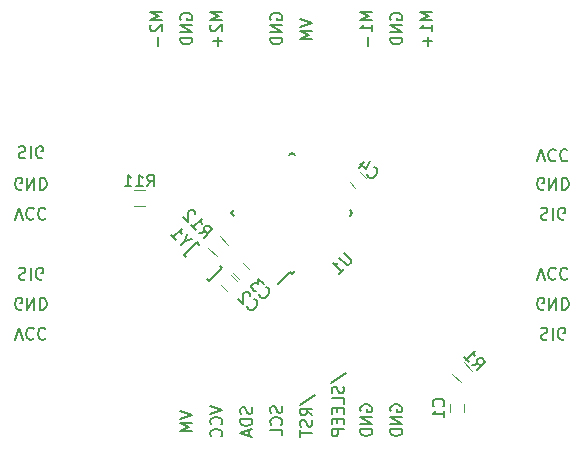
<source format=gbr>
G04 #@! TF.FileFunction,Legend,Bot*
%FSLAX46Y46*%
G04 Gerber Fmt 4.6, Leading zero omitted, Abs format (unit mm)*
G04 Created by KiCad (PCBNEW 4.0.6+dfsg1-1) date Wed Jun  6 22:51:37 2018*
%MOMM*%
%LPD*%
G01*
G04 APERTURE LIST*
%ADD10C,0.100000*%
%ADD11C,0.200000*%
%ADD12C,0.120000*%
%ADD13C,0.150000*%
G04 APERTURE END LIST*
D10*
D11*
X149391762Y-103298857D02*
X150677476Y-102441714D01*
X150391762Y-103584571D02*
X150439381Y-103727428D01*
X150439381Y-103965524D01*
X150391762Y-104060762D01*
X150344143Y-104108381D01*
X150248905Y-104156000D01*
X150153667Y-104156000D01*
X150058429Y-104108381D01*
X150010810Y-104060762D01*
X149963190Y-103965524D01*
X149915571Y-103775047D01*
X149867952Y-103679809D01*
X149820333Y-103632190D01*
X149725095Y-103584571D01*
X149629857Y-103584571D01*
X149534619Y-103632190D01*
X149487000Y-103679809D01*
X149439381Y-103775047D01*
X149439381Y-104013143D01*
X149487000Y-104156000D01*
X150439381Y-105060762D02*
X150439381Y-104584571D01*
X149439381Y-104584571D01*
X149915571Y-105394095D02*
X149915571Y-105727429D01*
X150439381Y-105870286D02*
X150439381Y-105394095D01*
X149439381Y-105394095D01*
X149439381Y-105870286D01*
X149915571Y-106298857D02*
X149915571Y-106632191D01*
X150439381Y-106775048D02*
X150439381Y-106298857D01*
X149439381Y-106298857D01*
X149439381Y-106775048D01*
X150439381Y-107203619D02*
X149439381Y-107203619D01*
X149439381Y-107584572D01*
X149487000Y-107679810D01*
X149534619Y-107727429D01*
X149629857Y-107775048D01*
X149772714Y-107775048D01*
X149867952Y-107727429D01*
X149915571Y-107679810D01*
X149963190Y-107584572D01*
X149963190Y-107203619D01*
X136612381Y-105648238D02*
X137612381Y-105981571D01*
X136612381Y-106314905D01*
X137612381Y-106648238D02*
X136612381Y-106648238D01*
X137326667Y-106981572D01*
X136612381Y-107314905D01*
X137612381Y-107314905D01*
X139152381Y-105219667D02*
X140152381Y-105553000D01*
X139152381Y-105886334D01*
X140057143Y-106791096D02*
X140104762Y-106743477D01*
X140152381Y-106600620D01*
X140152381Y-106505382D01*
X140104762Y-106362524D01*
X140009524Y-106267286D01*
X139914286Y-106219667D01*
X139723810Y-106172048D01*
X139580952Y-106172048D01*
X139390476Y-106219667D01*
X139295238Y-106267286D01*
X139200000Y-106362524D01*
X139152381Y-106505382D01*
X139152381Y-106600620D01*
X139200000Y-106743477D01*
X139247619Y-106791096D01*
X140057143Y-107791096D02*
X140104762Y-107743477D01*
X140152381Y-107600620D01*
X140152381Y-107505382D01*
X140104762Y-107362524D01*
X140009524Y-107267286D01*
X139914286Y-107219667D01*
X139723810Y-107172048D01*
X139580952Y-107172048D01*
X139390476Y-107219667D01*
X139295238Y-107267286D01*
X139200000Y-107362524D01*
X139152381Y-107505382D01*
X139152381Y-107600620D01*
X139200000Y-107743477D01*
X139247619Y-107791096D01*
X142644762Y-105338714D02*
X142692381Y-105481571D01*
X142692381Y-105719667D01*
X142644762Y-105814905D01*
X142597143Y-105862524D01*
X142501905Y-105910143D01*
X142406667Y-105910143D01*
X142311429Y-105862524D01*
X142263810Y-105814905D01*
X142216190Y-105719667D01*
X142168571Y-105529190D01*
X142120952Y-105433952D01*
X142073333Y-105386333D01*
X141978095Y-105338714D01*
X141882857Y-105338714D01*
X141787619Y-105386333D01*
X141740000Y-105433952D01*
X141692381Y-105529190D01*
X141692381Y-105767286D01*
X141740000Y-105910143D01*
X142692381Y-106338714D02*
X141692381Y-106338714D01*
X141692381Y-106576809D01*
X141740000Y-106719667D01*
X141835238Y-106814905D01*
X141930476Y-106862524D01*
X142120952Y-106910143D01*
X142263810Y-106910143D01*
X142454286Y-106862524D01*
X142549524Y-106814905D01*
X142644762Y-106719667D01*
X142692381Y-106576809D01*
X142692381Y-106338714D01*
X142406667Y-107291095D02*
X142406667Y-107767286D01*
X142692381Y-107195857D02*
X141692381Y-107529190D01*
X142692381Y-107862524D01*
X145184762Y-105235524D02*
X145232381Y-105378381D01*
X145232381Y-105616477D01*
X145184762Y-105711715D01*
X145137143Y-105759334D01*
X145041905Y-105806953D01*
X144946667Y-105806953D01*
X144851429Y-105759334D01*
X144803810Y-105711715D01*
X144756190Y-105616477D01*
X144708571Y-105426000D01*
X144660952Y-105330762D01*
X144613333Y-105283143D01*
X144518095Y-105235524D01*
X144422857Y-105235524D01*
X144327619Y-105283143D01*
X144280000Y-105330762D01*
X144232381Y-105426000D01*
X144232381Y-105664096D01*
X144280000Y-105806953D01*
X145137143Y-106806953D02*
X145184762Y-106759334D01*
X145232381Y-106616477D01*
X145232381Y-106521239D01*
X145184762Y-106378381D01*
X145089524Y-106283143D01*
X144994286Y-106235524D01*
X144803810Y-106187905D01*
X144660952Y-106187905D01*
X144470476Y-106235524D01*
X144375238Y-106283143D01*
X144280000Y-106378381D01*
X144232381Y-106521239D01*
X144232381Y-106616477D01*
X144280000Y-106759334D01*
X144327619Y-106806953D01*
X145232381Y-107711715D02*
X145232381Y-107235524D01*
X144232381Y-107235524D01*
X146724762Y-105116429D02*
X148010476Y-104259286D01*
X147772381Y-106021191D02*
X147296190Y-105687857D01*
X147772381Y-105449762D02*
X146772381Y-105449762D01*
X146772381Y-105830715D01*
X146820000Y-105925953D01*
X146867619Y-105973572D01*
X146962857Y-106021191D01*
X147105714Y-106021191D01*
X147200952Y-105973572D01*
X147248571Y-105925953D01*
X147296190Y-105830715D01*
X147296190Y-105449762D01*
X147724762Y-106402143D02*
X147772381Y-106545000D01*
X147772381Y-106783096D01*
X147724762Y-106878334D01*
X147677143Y-106925953D01*
X147581905Y-106973572D01*
X147486667Y-106973572D01*
X147391429Y-106925953D01*
X147343810Y-106878334D01*
X147296190Y-106783096D01*
X147248571Y-106592619D01*
X147200952Y-106497381D01*
X147153333Y-106449762D01*
X147058095Y-106402143D01*
X146962857Y-106402143D01*
X146867619Y-106449762D01*
X146820000Y-106497381D01*
X146772381Y-106592619D01*
X146772381Y-106830715D01*
X146820000Y-106973572D01*
X146772381Y-107259286D02*
X146772381Y-107830715D01*
X147772381Y-107545000D02*
X146772381Y-107545000D01*
X151900000Y-105664096D02*
X151852381Y-105568858D01*
X151852381Y-105426001D01*
X151900000Y-105283143D01*
X151995238Y-105187905D01*
X152090476Y-105140286D01*
X152280952Y-105092667D01*
X152423810Y-105092667D01*
X152614286Y-105140286D01*
X152709524Y-105187905D01*
X152804762Y-105283143D01*
X152852381Y-105426001D01*
X152852381Y-105521239D01*
X152804762Y-105664096D01*
X152757143Y-105711715D01*
X152423810Y-105711715D01*
X152423810Y-105521239D01*
X152852381Y-106140286D02*
X151852381Y-106140286D01*
X152852381Y-106711715D01*
X151852381Y-106711715D01*
X152852381Y-107187905D02*
X151852381Y-107187905D01*
X151852381Y-107426000D01*
X151900000Y-107568858D01*
X151995238Y-107664096D01*
X152090476Y-107711715D01*
X152280952Y-107759334D01*
X152423810Y-107759334D01*
X152614286Y-107711715D01*
X152709524Y-107664096D01*
X152804762Y-107568858D01*
X152852381Y-107426000D01*
X152852381Y-107187905D01*
X154440000Y-105664096D02*
X154392381Y-105568858D01*
X154392381Y-105426001D01*
X154440000Y-105283143D01*
X154535238Y-105187905D01*
X154630476Y-105140286D01*
X154820952Y-105092667D01*
X154963810Y-105092667D01*
X155154286Y-105140286D01*
X155249524Y-105187905D01*
X155344762Y-105283143D01*
X155392381Y-105426001D01*
X155392381Y-105521239D01*
X155344762Y-105664096D01*
X155297143Y-105711715D01*
X154963810Y-105711715D01*
X154963810Y-105521239D01*
X155392381Y-106140286D02*
X154392381Y-106140286D01*
X155392381Y-106711715D01*
X154392381Y-106711715D01*
X155392381Y-107187905D02*
X154392381Y-107187905D01*
X154392381Y-107426000D01*
X154440000Y-107568858D01*
X154535238Y-107664096D01*
X154630476Y-107711715D01*
X154820952Y-107759334D01*
X154963810Y-107759334D01*
X155154286Y-107711715D01*
X155249524Y-107664096D01*
X155344762Y-107568858D01*
X155392381Y-107426000D01*
X155392381Y-107187905D01*
X146772381Y-72501238D02*
X147772381Y-72834571D01*
X146772381Y-73167905D01*
X147772381Y-73501238D02*
X146772381Y-73501238D01*
X147486667Y-73834572D01*
X146772381Y-74167905D01*
X147772381Y-74167905D01*
X135072381Y-71850429D02*
X134072381Y-71850429D01*
X134786667Y-72183763D01*
X134072381Y-72517096D01*
X135072381Y-72517096D01*
X134167619Y-72945667D02*
X134120000Y-72993286D01*
X134072381Y-73088524D01*
X134072381Y-73326620D01*
X134120000Y-73421858D01*
X134167619Y-73469477D01*
X134262857Y-73517096D01*
X134358095Y-73517096D01*
X134500952Y-73469477D01*
X135072381Y-72898048D01*
X135072381Y-73517096D01*
X134691429Y-73945667D02*
X134691429Y-74707572D01*
X140152381Y-71850429D02*
X139152381Y-71850429D01*
X139866667Y-72183763D01*
X139152381Y-72517096D01*
X140152381Y-72517096D01*
X139247619Y-72945667D02*
X139200000Y-72993286D01*
X139152381Y-73088524D01*
X139152381Y-73326620D01*
X139200000Y-73421858D01*
X139247619Y-73469477D01*
X139342857Y-73517096D01*
X139438095Y-73517096D01*
X139580952Y-73469477D01*
X140152381Y-72898048D01*
X140152381Y-73517096D01*
X139771429Y-73945667D02*
X139771429Y-74707572D01*
X140152381Y-74326620D02*
X139390476Y-74326620D01*
X152852381Y-71850429D02*
X151852381Y-71850429D01*
X152566667Y-72183763D01*
X151852381Y-72517096D01*
X152852381Y-72517096D01*
X152852381Y-73517096D02*
X152852381Y-72945667D01*
X152852381Y-73231381D02*
X151852381Y-73231381D01*
X151995238Y-73136143D01*
X152090476Y-73040905D01*
X152138095Y-72945667D01*
X152471429Y-73945667D02*
X152471429Y-74707572D01*
X157932381Y-71850429D02*
X156932381Y-71850429D01*
X157646667Y-72183763D01*
X156932381Y-72517096D01*
X157932381Y-72517096D01*
X157932381Y-73517096D02*
X157932381Y-72945667D01*
X157932381Y-73231381D02*
X156932381Y-73231381D01*
X157075238Y-73136143D01*
X157170476Y-73040905D01*
X157218095Y-72945667D01*
X157551429Y-73945667D02*
X157551429Y-74707572D01*
X157932381Y-74326620D02*
X157170476Y-74326620D01*
X167124191Y-88495238D02*
X167267048Y-88447619D01*
X167505144Y-88447619D01*
X167600382Y-88495238D01*
X167648001Y-88542857D01*
X167695620Y-88638095D01*
X167695620Y-88733333D01*
X167648001Y-88828571D01*
X167600382Y-88876190D01*
X167505144Y-88923810D01*
X167314667Y-88971429D01*
X167219429Y-89019048D01*
X167171810Y-89066667D01*
X167124191Y-89161905D01*
X167124191Y-89257143D01*
X167171810Y-89352381D01*
X167219429Y-89400000D01*
X167314667Y-89447619D01*
X167552763Y-89447619D01*
X167695620Y-89400000D01*
X168124191Y-88447619D02*
X168124191Y-89447619D01*
X169124191Y-89400000D02*
X169028953Y-89447619D01*
X168886096Y-89447619D01*
X168743238Y-89400000D01*
X168648000Y-89304762D01*
X168600381Y-89209524D01*
X168552762Y-89019048D01*
X168552762Y-88876190D01*
X168600381Y-88685714D01*
X168648000Y-88590476D01*
X168743238Y-88495238D01*
X168886096Y-88447619D01*
X168981334Y-88447619D01*
X169124191Y-88495238D01*
X169171810Y-88542857D01*
X169171810Y-88876190D01*
X168981334Y-88876190D01*
X167124191Y-98655238D02*
X167267048Y-98607619D01*
X167505144Y-98607619D01*
X167600382Y-98655238D01*
X167648001Y-98702857D01*
X167695620Y-98798095D01*
X167695620Y-98893333D01*
X167648001Y-98988571D01*
X167600382Y-99036190D01*
X167505144Y-99083810D01*
X167314667Y-99131429D01*
X167219429Y-99179048D01*
X167171810Y-99226667D01*
X167124191Y-99321905D01*
X167124191Y-99417143D01*
X167171810Y-99512381D01*
X167219429Y-99560000D01*
X167314667Y-99607619D01*
X167552763Y-99607619D01*
X167695620Y-99560000D01*
X168124191Y-98607619D02*
X168124191Y-99607619D01*
X169124191Y-99560000D02*
X169028953Y-99607619D01*
X168886096Y-99607619D01*
X168743238Y-99560000D01*
X168648000Y-99464762D01*
X168600381Y-99369524D01*
X168552762Y-99179048D01*
X168552762Y-99036190D01*
X168600381Y-98845714D01*
X168648000Y-98750476D01*
X168743238Y-98655238D01*
X168886096Y-98607619D01*
X168981334Y-98607619D01*
X169124191Y-98655238D01*
X169171810Y-98702857D01*
X169171810Y-99036190D01*
X168981334Y-99036190D01*
X122928191Y-93575238D02*
X123071048Y-93527619D01*
X123309144Y-93527619D01*
X123404382Y-93575238D01*
X123452001Y-93622857D01*
X123499620Y-93718095D01*
X123499620Y-93813333D01*
X123452001Y-93908571D01*
X123404382Y-93956190D01*
X123309144Y-94003810D01*
X123118667Y-94051429D01*
X123023429Y-94099048D01*
X122975810Y-94146667D01*
X122928191Y-94241905D01*
X122928191Y-94337143D01*
X122975810Y-94432381D01*
X123023429Y-94480000D01*
X123118667Y-94527619D01*
X123356763Y-94527619D01*
X123499620Y-94480000D01*
X123928191Y-93527619D02*
X123928191Y-94527619D01*
X124928191Y-94480000D02*
X124832953Y-94527619D01*
X124690096Y-94527619D01*
X124547238Y-94480000D01*
X124452000Y-94384762D01*
X124404381Y-94289524D01*
X124356762Y-94099048D01*
X124356762Y-93956190D01*
X124404381Y-93765714D01*
X124452000Y-93670476D01*
X124547238Y-93575238D01*
X124690096Y-93527619D01*
X124785334Y-93527619D01*
X124928191Y-93575238D01*
X124975810Y-93622857D01*
X124975810Y-93956190D01*
X124785334Y-93956190D01*
X122928191Y-83288238D02*
X123071048Y-83240619D01*
X123309144Y-83240619D01*
X123404382Y-83288238D01*
X123452001Y-83335857D01*
X123499620Y-83431095D01*
X123499620Y-83526333D01*
X123452001Y-83621571D01*
X123404382Y-83669190D01*
X123309144Y-83716810D01*
X123118667Y-83764429D01*
X123023429Y-83812048D01*
X122975810Y-83859667D01*
X122928191Y-83954905D01*
X122928191Y-84050143D01*
X122975810Y-84145381D01*
X123023429Y-84193000D01*
X123118667Y-84240619D01*
X123356763Y-84240619D01*
X123499620Y-84193000D01*
X123928191Y-83240619D02*
X123928191Y-84240619D01*
X124928191Y-84193000D02*
X124832953Y-84240619D01*
X124690096Y-84240619D01*
X124547238Y-84193000D01*
X124452000Y-84097762D01*
X124404381Y-84002524D01*
X124356762Y-83812048D01*
X124356762Y-83669190D01*
X124404381Y-83478714D01*
X124452000Y-83383476D01*
X124547238Y-83288238D01*
X124690096Y-83240619D01*
X124785334Y-83240619D01*
X124928191Y-83288238D01*
X124975810Y-83335857D01*
X124975810Y-83669190D01*
X124785334Y-83669190D01*
X166814667Y-84494619D02*
X167148000Y-83494619D01*
X167481334Y-84494619D01*
X168386096Y-83589857D02*
X168338477Y-83542238D01*
X168195620Y-83494619D01*
X168100382Y-83494619D01*
X167957524Y-83542238D01*
X167862286Y-83637476D01*
X167814667Y-83732714D01*
X167767048Y-83923190D01*
X167767048Y-84066048D01*
X167814667Y-84256524D01*
X167862286Y-84351762D01*
X167957524Y-84447000D01*
X168100382Y-84494619D01*
X168195620Y-84494619D01*
X168338477Y-84447000D01*
X168386096Y-84399381D01*
X169386096Y-83589857D02*
X169338477Y-83542238D01*
X169195620Y-83494619D01*
X169100382Y-83494619D01*
X168957524Y-83542238D01*
X168862286Y-83637476D01*
X168814667Y-83732714D01*
X168767048Y-83923190D01*
X168767048Y-84066048D01*
X168814667Y-84256524D01*
X168862286Y-84351762D01*
X168957524Y-84447000D01*
X169100382Y-84494619D01*
X169195620Y-84494619D01*
X169338477Y-84447000D01*
X169386096Y-84399381D01*
X166814667Y-94527619D02*
X167148000Y-93527619D01*
X167481334Y-94527619D01*
X168386096Y-93622857D02*
X168338477Y-93575238D01*
X168195620Y-93527619D01*
X168100382Y-93527619D01*
X167957524Y-93575238D01*
X167862286Y-93670476D01*
X167814667Y-93765714D01*
X167767048Y-93956190D01*
X167767048Y-94099048D01*
X167814667Y-94289524D01*
X167862286Y-94384762D01*
X167957524Y-94480000D01*
X168100382Y-94527619D01*
X168195620Y-94527619D01*
X168338477Y-94480000D01*
X168386096Y-94432381D01*
X169386096Y-93622857D02*
X169338477Y-93575238D01*
X169195620Y-93527619D01*
X169100382Y-93527619D01*
X168957524Y-93575238D01*
X168862286Y-93670476D01*
X168814667Y-93765714D01*
X168767048Y-93956190D01*
X168767048Y-94099048D01*
X168814667Y-94289524D01*
X168862286Y-94384762D01*
X168957524Y-94480000D01*
X169100382Y-94527619D01*
X169195620Y-94527619D01*
X169338477Y-94480000D01*
X169386096Y-94432381D01*
X122618667Y-99607619D02*
X122952000Y-98607619D01*
X123285334Y-99607619D01*
X124190096Y-98702857D02*
X124142477Y-98655238D01*
X123999620Y-98607619D01*
X123904382Y-98607619D01*
X123761524Y-98655238D01*
X123666286Y-98750476D01*
X123618667Y-98845714D01*
X123571048Y-99036190D01*
X123571048Y-99179048D01*
X123618667Y-99369524D01*
X123666286Y-99464762D01*
X123761524Y-99560000D01*
X123904382Y-99607619D01*
X123999620Y-99607619D01*
X124142477Y-99560000D01*
X124190096Y-99512381D01*
X125190096Y-98702857D02*
X125142477Y-98655238D01*
X124999620Y-98607619D01*
X124904382Y-98607619D01*
X124761524Y-98655238D01*
X124666286Y-98750476D01*
X124618667Y-98845714D01*
X124571048Y-99036190D01*
X124571048Y-99179048D01*
X124618667Y-99369524D01*
X124666286Y-99464762D01*
X124761524Y-99560000D01*
X124904382Y-99607619D01*
X124999620Y-99607619D01*
X125142477Y-99560000D01*
X125190096Y-99512381D01*
X122618667Y-89447619D02*
X122952000Y-88447619D01*
X123285334Y-89447619D01*
X124190096Y-88542857D02*
X124142477Y-88495238D01*
X123999620Y-88447619D01*
X123904382Y-88447619D01*
X123761524Y-88495238D01*
X123666286Y-88590476D01*
X123618667Y-88685714D01*
X123571048Y-88876190D01*
X123571048Y-89019048D01*
X123618667Y-89209524D01*
X123666286Y-89304762D01*
X123761524Y-89400000D01*
X123904382Y-89447619D01*
X123999620Y-89447619D01*
X124142477Y-89400000D01*
X124190096Y-89352381D01*
X125190096Y-88542857D02*
X125142477Y-88495238D01*
X124999620Y-88447619D01*
X124904382Y-88447619D01*
X124761524Y-88495238D01*
X124666286Y-88590476D01*
X124618667Y-88685714D01*
X124571048Y-88876190D01*
X124571048Y-89019048D01*
X124618667Y-89209524D01*
X124666286Y-89304762D01*
X124761524Y-89400000D01*
X124904382Y-89447619D01*
X124999620Y-89447619D01*
X125142477Y-89400000D01*
X125190096Y-89352381D01*
X167386096Y-86860000D02*
X167290858Y-86907619D01*
X167148001Y-86907619D01*
X167005143Y-86860000D01*
X166909905Y-86764762D01*
X166862286Y-86669524D01*
X166814667Y-86479048D01*
X166814667Y-86336190D01*
X166862286Y-86145714D01*
X166909905Y-86050476D01*
X167005143Y-85955238D01*
X167148001Y-85907619D01*
X167243239Y-85907619D01*
X167386096Y-85955238D01*
X167433715Y-86002857D01*
X167433715Y-86336190D01*
X167243239Y-86336190D01*
X167862286Y-85907619D02*
X167862286Y-86907619D01*
X168433715Y-85907619D01*
X168433715Y-86907619D01*
X168909905Y-85907619D02*
X168909905Y-86907619D01*
X169148000Y-86907619D01*
X169290858Y-86860000D01*
X169386096Y-86764762D01*
X169433715Y-86669524D01*
X169481334Y-86479048D01*
X169481334Y-86336190D01*
X169433715Y-86145714D01*
X169386096Y-86050476D01*
X169290858Y-85955238D01*
X169148000Y-85907619D01*
X168909905Y-85907619D01*
X167386096Y-97020000D02*
X167290858Y-97067619D01*
X167148001Y-97067619D01*
X167005143Y-97020000D01*
X166909905Y-96924762D01*
X166862286Y-96829524D01*
X166814667Y-96639048D01*
X166814667Y-96496190D01*
X166862286Y-96305714D01*
X166909905Y-96210476D01*
X167005143Y-96115238D01*
X167148001Y-96067619D01*
X167243239Y-96067619D01*
X167386096Y-96115238D01*
X167433715Y-96162857D01*
X167433715Y-96496190D01*
X167243239Y-96496190D01*
X167862286Y-96067619D02*
X167862286Y-97067619D01*
X168433715Y-96067619D01*
X168433715Y-97067619D01*
X168909905Y-96067619D02*
X168909905Y-97067619D01*
X169148000Y-97067619D01*
X169290858Y-97020000D01*
X169386096Y-96924762D01*
X169433715Y-96829524D01*
X169481334Y-96639048D01*
X169481334Y-96496190D01*
X169433715Y-96305714D01*
X169386096Y-96210476D01*
X169290858Y-96115238D01*
X169148000Y-96067619D01*
X168909905Y-96067619D01*
X123190096Y-97020000D02*
X123094858Y-97067619D01*
X122952001Y-97067619D01*
X122809143Y-97020000D01*
X122713905Y-96924762D01*
X122666286Y-96829524D01*
X122618667Y-96639048D01*
X122618667Y-96496190D01*
X122666286Y-96305714D01*
X122713905Y-96210476D01*
X122809143Y-96115238D01*
X122952001Y-96067619D01*
X123047239Y-96067619D01*
X123190096Y-96115238D01*
X123237715Y-96162857D01*
X123237715Y-96496190D01*
X123047239Y-96496190D01*
X123666286Y-96067619D02*
X123666286Y-97067619D01*
X124237715Y-96067619D01*
X124237715Y-97067619D01*
X124713905Y-96067619D02*
X124713905Y-97067619D01*
X124952000Y-97067619D01*
X125094858Y-97020000D01*
X125190096Y-96924762D01*
X125237715Y-96829524D01*
X125285334Y-96639048D01*
X125285334Y-96496190D01*
X125237715Y-96305714D01*
X125190096Y-96210476D01*
X125094858Y-96115238D01*
X124952000Y-96067619D01*
X124713905Y-96067619D01*
X123190096Y-86860000D02*
X123094858Y-86907619D01*
X122952001Y-86907619D01*
X122809143Y-86860000D01*
X122713905Y-86764762D01*
X122666286Y-86669524D01*
X122618667Y-86479048D01*
X122618667Y-86336190D01*
X122666286Y-86145714D01*
X122713905Y-86050476D01*
X122809143Y-85955238D01*
X122952001Y-85907619D01*
X123047239Y-85907619D01*
X123190096Y-85955238D01*
X123237715Y-86002857D01*
X123237715Y-86336190D01*
X123047239Y-86336190D01*
X123666286Y-85907619D02*
X123666286Y-86907619D01*
X124237715Y-85907619D01*
X124237715Y-86907619D01*
X124713905Y-85907619D02*
X124713905Y-86907619D01*
X124952000Y-86907619D01*
X125094858Y-86860000D01*
X125190096Y-86764762D01*
X125237715Y-86669524D01*
X125285334Y-86479048D01*
X125285334Y-86336190D01*
X125237715Y-86145714D01*
X125190096Y-86050476D01*
X125094858Y-85955238D01*
X124952000Y-85907619D01*
X124713905Y-85907619D01*
X136660000Y-72517096D02*
X136612381Y-72421858D01*
X136612381Y-72279001D01*
X136660000Y-72136143D01*
X136755238Y-72040905D01*
X136850476Y-71993286D01*
X137040952Y-71945667D01*
X137183810Y-71945667D01*
X137374286Y-71993286D01*
X137469524Y-72040905D01*
X137564762Y-72136143D01*
X137612381Y-72279001D01*
X137612381Y-72374239D01*
X137564762Y-72517096D01*
X137517143Y-72564715D01*
X137183810Y-72564715D01*
X137183810Y-72374239D01*
X137612381Y-72993286D02*
X136612381Y-72993286D01*
X137612381Y-73564715D01*
X136612381Y-73564715D01*
X137612381Y-74040905D02*
X136612381Y-74040905D01*
X136612381Y-74279000D01*
X136660000Y-74421858D01*
X136755238Y-74517096D01*
X136850476Y-74564715D01*
X137040952Y-74612334D01*
X137183810Y-74612334D01*
X137374286Y-74564715D01*
X137469524Y-74517096D01*
X137564762Y-74421858D01*
X137612381Y-74279000D01*
X137612381Y-74040905D01*
X144280000Y-72517096D02*
X144232381Y-72421858D01*
X144232381Y-72279001D01*
X144280000Y-72136143D01*
X144375238Y-72040905D01*
X144470476Y-71993286D01*
X144660952Y-71945667D01*
X144803810Y-71945667D01*
X144994286Y-71993286D01*
X145089524Y-72040905D01*
X145184762Y-72136143D01*
X145232381Y-72279001D01*
X145232381Y-72374239D01*
X145184762Y-72517096D01*
X145137143Y-72564715D01*
X144803810Y-72564715D01*
X144803810Y-72374239D01*
X145232381Y-72993286D02*
X144232381Y-72993286D01*
X145232381Y-73564715D01*
X144232381Y-73564715D01*
X145232381Y-74040905D02*
X144232381Y-74040905D01*
X144232381Y-74279000D01*
X144280000Y-74421858D01*
X144375238Y-74517096D01*
X144470476Y-74564715D01*
X144660952Y-74612334D01*
X144803810Y-74612334D01*
X144994286Y-74564715D01*
X145089524Y-74517096D01*
X145184762Y-74421858D01*
X145232381Y-74279000D01*
X145232381Y-74040905D01*
X154440000Y-72517096D02*
X154392381Y-72421858D01*
X154392381Y-72279001D01*
X154440000Y-72136143D01*
X154535238Y-72040905D01*
X154630476Y-71993286D01*
X154820952Y-71945667D01*
X154963810Y-71945667D01*
X155154286Y-71993286D01*
X155249524Y-72040905D01*
X155344762Y-72136143D01*
X155392381Y-72279001D01*
X155392381Y-72374239D01*
X155344762Y-72517096D01*
X155297143Y-72564715D01*
X154963810Y-72564715D01*
X154963810Y-72374239D01*
X155392381Y-72993286D02*
X154392381Y-72993286D01*
X155392381Y-73564715D01*
X154392381Y-73564715D01*
X155392381Y-74040905D02*
X154392381Y-74040905D01*
X154392381Y-74279000D01*
X154440000Y-74421858D01*
X154535238Y-74517096D01*
X154630476Y-74564715D01*
X154820952Y-74612334D01*
X154963810Y-74612334D01*
X155154286Y-74564715D01*
X155249524Y-74517096D01*
X155344762Y-74421858D01*
X155392381Y-74279000D01*
X155392381Y-74040905D01*
D12*
X159420000Y-105060000D02*
X159420000Y-105760000D01*
X160620000Y-105760000D02*
X160620000Y-105060000D01*
X141387751Y-94628723D02*
X140892777Y-94133749D01*
X140044249Y-94982277D02*
X140539223Y-95477251D01*
X142403751Y-93612723D02*
X141908777Y-93117749D01*
X141060249Y-93966277D02*
X141555223Y-94461251D01*
X150943919Y-86260447D02*
X151438893Y-86755421D01*
X152287421Y-85906893D02*
X151792447Y-85411919D01*
X159630114Y-102489279D02*
X160337221Y-103196386D01*
X161298886Y-102234721D02*
X160591779Y-101527614D01*
X132659500Y-88310000D02*
X133659500Y-88310000D01*
X133659500Y-86950000D02*
X132659500Y-86950000D01*
X138992614Y-91821279D02*
X139699721Y-92528386D01*
X140661386Y-91566721D02*
X139954279Y-90859614D01*
D13*
X146050000Y-94026524D02*
X145890901Y-93867425D01*
X151176524Y-88900000D02*
X150946714Y-88670190D01*
X146050000Y-83773476D02*
X146279810Y-84003286D01*
X140923476Y-88900000D02*
X141153286Y-89129810D01*
X146050000Y-94026524D02*
X146279810Y-93796714D01*
X140923476Y-88900000D02*
X141153286Y-88670190D01*
X146050000Y-83773476D02*
X145820190Y-84003286D01*
X151176524Y-88900000D02*
X150946714Y-89129810D01*
X145890901Y-93867425D02*
X144883274Y-94875052D01*
X138889461Y-94437592D02*
X139069066Y-94617197D01*
X139069066Y-94617197D02*
X140146697Y-93539566D01*
X140146697Y-93539566D02*
X139967092Y-93359961D01*
X136913805Y-92461936D02*
X137093410Y-92641541D01*
X136913805Y-92461936D02*
X137991436Y-91384305D01*
X137991436Y-91384305D02*
X138171041Y-91563910D01*
X158877143Y-105243334D02*
X158924762Y-105195715D01*
X158972381Y-105052858D01*
X158972381Y-104957620D01*
X158924762Y-104814762D01*
X158829524Y-104719524D01*
X158734286Y-104671905D01*
X158543810Y-104624286D01*
X158400952Y-104624286D01*
X158210476Y-104671905D01*
X158115238Y-104719524D01*
X158020000Y-104814762D01*
X157972381Y-104957620D01*
X157972381Y-105052858D01*
X158020000Y-105195715D01*
X158067619Y-105243334D01*
X158972381Y-106195715D02*
X158972381Y-105624286D01*
X158972381Y-105910000D02*
X157972381Y-105910000D01*
X158115238Y-105814762D01*
X158210476Y-105719524D01*
X158258095Y-105624286D01*
X142232312Y-96763389D02*
X142232312Y-96830732D01*
X142299656Y-96965419D01*
X142366999Y-97032763D01*
X142501687Y-97100107D01*
X142636374Y-97100107D01*
X142737389Y-97066435D01*
X142905747Y-96965420D01*
X143006763Y-96864404D01*
X143107778Y-96696045D01*
X143141450Y-96595030D01*
X143141450Y-96460343D01*
X143074106Y-96325656D01*
X143006763Y-96258312D01*
X142872076Y-96190969D01*
X142804732Y-96190969D01*
X142535359Y-95921595D02*
X142535359Y-95854252D01*
X142501687Y-95753237D01*
X142333328Y-95584877D01*
X142232312Y-95551206D01*
X142164969Y-95551206D01*
X142063954Y-95584877D01*
X141996610Y-95652221D01*
X141929267Y-95786908D01*
X141929267Y-96595030D01*
X141491534Y-96157297D01*
X143248312Y-95747389D02*
X143248312Y-95814732D01*
X143315656Y-95949419D01*
X143382999Y-96016763D01*
X143517687Y-96084107D01*
X143652374Y-96084107D01*
X143753389Y-96050435D01*
X143921747Y-95949420D01*
X144022763Y-95848404D01*
X144123778Y-95680045D01*
X144157450Y-95579030D01*
X144157450Y-95444343D01*
X144090106Y-95309656D01*
X144022763Y-95242312D01*
X143888076Y-95174969D01*
X143820732Y-95174969D01*
X143652374Y-94871924D02*
X143214641Y-94434190D01*
X143180970Y-94939267D01*
X143079954Y-94838251D01*
X142978939Y-94804579D01*
X142911595Y-94804579D01*
X142810579Y-94838252D01*
X142642221Y-95006610D01*
X142608549Y-95107626D01*
X142608549Y-95174969D01*
X142642221Y-95275984D01*
X142844252Y-95478015D01*
X142945267Y-95511687D01*
X143012610Y-95511687D01*
X152392312Y-85587389D02*
X152392312Y-85654732D01*
X152459656Y-85789419D01*
X152526999Y-85856763D01*
X152661687Y-85924107D01*
X152796374Y-85924107D01*
X152897389Y-85890435D01*
X153065747Y-85789420D01*
X153166763Y-85688404D01*
X153267778Y-85520045D01*
X153301450Y-85419030D01*
X153301450Y-85284343D01*
X153234106Y-85149656D01*
X153166763Y-85082312D01*
X153032076Y-85014969D01*
X152964732Y-85014969D01*
X152190282Y-84577236D02*
X151718877Y-85048641D01*
X152628015Y-84476222D02*
X152291297Y-85149657D01*
X151853564Y-84711924D01*
X161287774Y-101774427D02*
X161860195Y-101673412D01*
X161691835Y-102178489D02*
X162398942Y-101471382D01*
X162129568Y-101202007D01*
X162028552Y-101168336D01*
X161961209Y-101168336D01*
X161860194Y-101202007D01*
X161759179Y-101303023D01*
X161725507Y-101404038D01*
X161725507Y-101471381D01*
X161759179Y-101572396D01*
X162028553Y-101841771D01*
X160614339Y-101100992D02*
X161018400Y-101505054D01*
X160816370Y-101303023D02*
X161523477Y-100595917D01*
X161489805Y-100764275D01*
X161489805Y-100898962D01*
X161523477Y-100999977D01*
X133802357Y-86632381D02*
X134135691Y-86156190D01*
X134373786Y-86632381D02*
X134373786Y-85632381D01*
X133992833Y-85632381D01*
X133897595Y-85680000D01*
X133849976Y-85727619D01*
X133802357Y-85822857D01*
X133802357Y-85965714D01*
X133849976Y-86060952D01*
X133897595Y-86108571D01*
X133992833Y-86156190D01*
X134373786Y-86156190D01*
X132849976Y-86632381D02*
X133421405Y-86632381D01*
X133135691Y-86632381D02*
X133135691Y-85632381D01*
X133230929Y-85775238D01*
X133326167Y-85870476D01*
X133421405Y-85918095D01*
X131897595Y-86632381D02*
X132469024Y-86632381D01*
X132183310Y-86632381D02*
X132183310Y-85632381D01*
X132278548Y-85775238D01*
X132373786Y-85870476D01*
X132469024Y-85918095D01*
X138183688Y-90563450D02*
X138756108Y-90462435D01*
X138587749Y-90967512D02*
X139294856Y-90260405D01*
X139025482Y-89991030D01*
X138924466Y-89957359D01*
X138857123Y-89957359D01*
X138756108Y-89991030D01*
X138655093Y-90092045D01*
X138621421Y-90193061D01*
X138621421Y-90260404D01*
X138655093Y-90361419D01*
X138924467Y-90630794D01*
X137510253Y-89890015D02*
X137914314Y-90294076D01*
X137712284Y-90092046D02*
X138419391Y-89384939D01*
X138385719Y-89553298D01*
X138385719Y-89687985D01*
X138419391Y-89789000D01*
X137880642Y-88980878D02*
X137880642Y-88913535D01*
X137846971Y-88812519D01*
X137678611Y-88644160D01*
X137577596Y-88610488D01*
X137510253Y-88610488D01*
X137409238Y-88644160D01*
X137341894Y-88711504D01*
X137274551Y-88846190D01*
X137274551Y-89654313D01*
X136836818Y-89216580D01*
X150479519Y-92252023D02*
X151051939Y-92824443D01*
X151085611Y-92925458D01*
X151085611Y-92992801D01*
X151051939Y-93093816D01*
X150917251Y-93228504D01*
X150816236Y-93262176D01*
X150748893Y-93262176D01*
X150647878Y-93228504D01*
X150075458Y-92656084D01*
X150075458Y-94070298D02*
X150479519Y-93666236D01*
X150277489Y-93868267D02*
X149570382Y-93161160D01*
X149738741Y-93194832D01*
X149873427Y-93194832D01*
X149974443Y-93161160D01*
X137005554Y-91251882D02*
X136668836Y-91588600D01*
X137611645Y-91117195D02*
X137005554Y-91251882D01*
X137140240Y-90645790D01*
X135827042Y-90746805D02*
X136231103Y-91150867D01*
X136029073Y-90948836D02*
X136736180Y-90241729D01*
X136702508Y-90410088D01*
X136702508Y-90544775D01*
X136736180Y-90645790D01*
M02*

</source>
